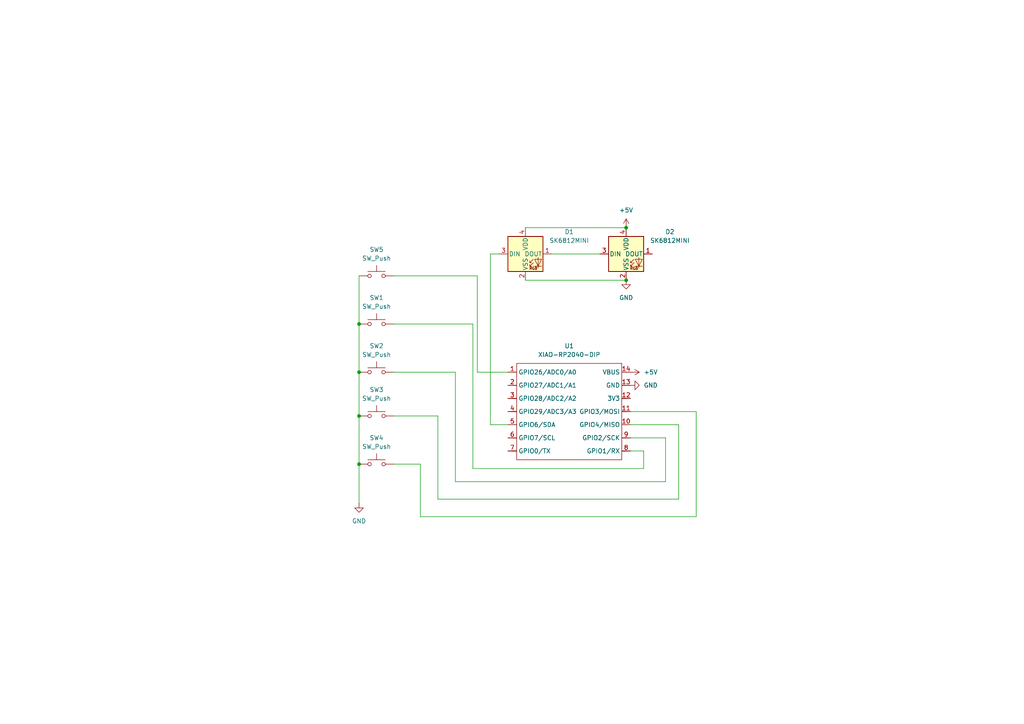
<source format=kicad_sch>
(kicad_sch
	(version 20250114)
	(generator "eeschema")
	(generator_version "9.0")
	(uuid "eafd6e81-7b1b-46f5-9a8b-9350dd82dd31")
	(paper "A4")
	(lib_symbols
		(symbol "LED:SK6812MINI"
			(pin_names
				(offset 0.254)
			)
			(exclude_from_sim no)
			(in_bom yes)
			(on_board yes)
			(property "Reference" "D"
				(at 5.08 5.715 0)
				(effects
					(font
						(size 1.27 1.27)
					)
					(justify right bottom)
				)
			)
			(property "Value" "SK6812MINI"
				(at 1.27 -5.715 0)
				(effects
					(font
						(size 1.27 1.27)
					)
					(justify left top)
				)
			)
			(property "Footprint" "LED_SMD:LED_SK6812MINI_PLCC4_3.5x3.5mm_P1.75mm"
				(at 1.27 -7.62 0)
				(effects
					(font
						(size 1.27 1.27)
					)
					(justify left top)
					(hide yes)
				)
			)
			(property "Datasheet" "https://cdn-shop.adafruit.com/product-files/2686/SK6812MINI_REV.01-1-2.pdf"
				(at 2.54 -9.525 0)
				(effects
					(font
						(size 1.27 1.27)
					)
					(justify left top)
					(hide yes)
				)
			)
			(property "Description" "RGB LED with integrated controller"
				(at 0 0 0)
				(effects
					(font
						(size 1.27 1.27)
					)
					(hide yes)
				)
			)
			(property "ki_keywords" "RGB LED NeoPixel Mini addressable"
				(at 0 0 0)
				(effects
					(font
						(size 1.27 1.27)
					)
					(hide yes)
				)
			)
			(property "ki_fp_filters" "LED*SK6812MINI*PLCC*3.5x3.5mm*P1.75mm*"
				(at 0 0 0)
				(effects
					(font
						(size 1.27 1.27)
					)
					(hide yes)
				)
			)
			(symbol "SK6812MINI_0_0"
				(text "RGB"
					(at 2.286 -4.191 0)
					(effects
						(font
							(size 0.762 0.762)
						)
					)
				)
			)
			(symbol "SK6812MINI_0_1"
				(polyline
					(pts
						(xy 1.27 -2.54) (xy 1.778 -2.54)
					)
					(stroke
						(width 0)
						(type default)
					)
					(fill
						(type none)
					)
				)
				(polyline
					(pts
						(xy 1.27 -3.556) (xy 1.778 -3.556)
					)
					(stroke
						(width 0)
						(type default)
					)
					(fill
						(type none)
					)
				)
				(polyline
					(pts
						(xy 2.286 -1.524) (xy 1.27 -2.54) (xy 1.27 -2.032)
					)
					(stroke
						(width 0)
						(type default)
					)
					(fill
						(type none)
					)
				)
				(polyline
					(pts
						(xy 2.286 -2.54) (xy 1.27 -3.556) (xy 1.27 -3.048)
					)
					(stroke
						(width 0)
						(type default)
					)
					(fill
						(type none)
					)
				)
				(polyline
					(pts
						(xy 3.683 -1.016) (xy 3.683 -3.556) (xy 3.683 -4.064)
					)
					(stroke
						(width 0)
						(type default)
					)
					(fill
						(type none)
					)
				)
				(polyline
					(pts
						(xy 4.699 -1.524) (xy 2.667 -1.524) (xy 3.683 -3.556) (xy 4.699 -1.524)
					)
					(stroke
						(width 0)
						(type default)
					)
					(fill
						(type none)
					)
				)
				(polyline
					(pts
						(xy 4.699 -3.556) (xy 2.667 -3.556)
					)
					(stroke
						(width 0)
						(type default)
					)
					(fill
						(type none)
					)
				)
				(rectangle
					(start 5.08 5.08)
					(end -5.08 -5.08)
					(stroke
						(width 0.254)
						(type default)
					)
					(fill
						(type background)
					)
				)
			)
			(symbol "SK6812MINI_1_1"
				(pin input line
					(at -7.62 0 0)
					(length 2.54)
					(name "DIN"
						(effects
							(font
								(size 1.27 1.27)
							)
						)
					)
					(number "3"
						(effects
							(font
								(size 1.27 1.27)
							)
						)
					)
				)
				(pin power_in line
					(at 0 7.62 270)
					(length 2.54)
					(name "VDD"
						(effects
							(font
								(size 1.27 1.27)
							)
						)
					)
					(number "4"
						(effects
							(font
								(size 1.27 1.27)
							)
						)
					)
				)
				(pin power_in line
					(at 0 -7.62 90)
					(length 2.54)
					(name "VSS"
						(effects
							(font
								(size 1.27 1.27)
							)
						)
					)
					(number "2"
						(effects
							(font
								(size 1.27 1.27)
							)
						)
					)
				)
				(pin output line
					(at 7.62 0 180)
					(length 2.54)
					(name "DOUT"
						(effects
							(font
								(size 1.27 1.27)
							)
						)
					)
					(number "1"
						(effects
							(font
								(size 1.27 1.27)
							)
						)
					)
				)
			)
			(embedded_fonts no)
		)
		(symbol "Switch:SW_Push"
			(pin_numbers
				(hide yes)
			)
			(pin_names
				(offset 1.016)
				(hide yes)
			)
			(exclude_from_sim no)
			(in_bom yes)
			(on_board yes)
			(property "Reference" "SW"
				(at 1.27 2.54 0)
				(effects
					(font
						(size 1.27 1.27)
					)
					(justify left)
				)
			)
			(property "Value" "SW_Push"
				(at 0 -1.524 0)
				(effects
					(font
						(size 1.27 1.27)
					)
				)
			)
			(property "Footprint" ""
				(at 0 5.08 0)
				(effects
					(font
						(size 1.27 1.27)
					)
					(hide yes)
				)
			)
			(property "Datasheet" "~"
				(at 0 5.08 0)
				(effects
					(font
						(size 1.27 1.27)
					)
					(hide yes)
				)
			)
			(property "Description" "Push button switch, generic, two pins"
				(at 0 0 0)
				(effects
					(font
						(size 1.27 1.27)
					)
					(hide yes)
				)
			)
			(property "ki_keywords" "switch normally-open pushbutton push-button"
				(at 0 0 0)
				(effects
					(font
						(size 1.27 1.27)
					)
					(hide yes)
				)
			)
			(symbol "SW_Push_0_1"
				(circle
					(center -2.032 0)
					(radius 0.508)
					(stroke
						(width 0)
						(type default)
					)
					(fill
						(type none)
					)
				)
				(polyline
					(pts
						(xy 0 1.27) (xy 0 3.048)
					)
					(stroke
						(width 0)
						(type default)
					)
					(fill
						(type none)
					)
				)
				(circle
					(center 2.032 0)
					(radius 0.508)
					(stroke
						(width 0)
						(type default)
					)
					(fill
						(type none)
					)
				)
				(polyline
					(pts
						(xy 2.54 1.27) (xy -2.54 1.27)
					)
					(stroke
						(width 0)
						(type default)
					)
					(fill
						(type none)
					)
				)
				(pin passive line
					(at -5.08 0 0)
					(length 2.54)
					(name "1"
						(effects
							(font
								(size 1.27 1.27)
							)
						)
					)
					(number "1"
						(effects
							(font
								(size 1.27 1.27)
							)
						)
					)
				)
				(pin passive line
					(at 5.08 0 180)
					(length 2.54)
					(name "2"
						(effects
							(font
								(size 1.27 1.27)
							)
						)
					)
					(number "2"
						(effects
							(font
								(size 1.27 1.27)
							)
						)
					)
				)
			)
			(embedded_fonts no)
		)
		(symbol "opl:XIAO-RP2040-DIP"
			(exclude_from_sim no)
			(in_bom yes)
			(on_board yes)
			(property "Reference" "U"
				(at 0 0 0)
				(effects
					(font
						(size 1.27 1.27)
					)
				)
			)
			(property "Value" "XIAO-RP2040-DIP"
				(at 5.334 -1.778 0)
				(effects
					(font
						(size 1.27 1.27)
					)
				)
			)
			(property "Footprint" "Module:MOUDLE14P-XIAO-DIP-SMD"
				(at 14.478 -32.258 0)
				(effects
					(font
						(size 1.27 1.27)
					)
					(hide yes)
				)
			)
			(property "Datasheet" ""
				(at 0 0 0)
				(effects
					(font
						(size 1.27 1.27)
					)
					(hide yes)
				)
			)
			(property "Description" ""
				(at 0 0 0)
				(effects
					(font
						(size 1.27 1.27)
					)
					(hide yes)
				)
			)
			(symbol "XIAO-RP2040-DIP_1_0"
				(polyline
					(pts
						(xy -1.27 -2.54) (xy 29.21 -2.54)
					)
					(stroke
						(width 0.1524)
						(type solid)
					)
					(fill
						(type none)
					)
				)
				(polyline
					(pts
						(xy -1.27 -5.08) (xy -2.54 -5.08)
					)
					(stroke
						(width 0.1524)
						(type solid)
					)
					(fill
						(type none)
					)
				)
				(polyline
					(pts
						(xy -1.27 -5.08) (xy -1.27 -2.54)
					)
					(stroke
						(width 0.1524)
						(type solid)
					)
					(fill
						(type none)
					)
				)
				(polyline
					(pts
						(xy -1.27 -8.89) (xy -2.54 -8.89)
					)
					(stroke
						(width 0.1524)
						(type solid)
					)
					(fill
						(type none)
					)
				)
				(polyline
					(pts
						(xy -1.27 -8.89) (xy -1.27 -5.08)
					)
					(stroke
						(width 0.1524)
						(type solid)
					)
					(fill
						(type none)
					)
				)
				(polyline
					(pts
						(xy -1.27 -12.7) (xy -2.54 -12.7)
					)
					(stroke
						(width 0.1524)
						(type solid)
					)
					(fill
						(type none)
					)
				)
				(polyline
					(pts
						(xy -1.27 -12.7) (xy -1.27 -8.89)
					)
					(stroke
						(width 0.1524)
						(type solid)
					)
					(fill
						(type none)
					)
				)
				(polyline
					(pts
						(xy -1.27 -16.51) (xy -2.54 -16.51)
					)
					(stroke
						(width 0.1524)
						(type solid)
					)
					(fill
						(type none)
					)
				)
				(polyline
					(pts
						(xy -1.27 -16.51) (xy -1.27 -12.7)
					)
					(stroke
						(width 0.1524)
						(type solid)
					)
					(fill
						(type none)
					)
				)
				(polyline
					(pts
						(xy -1.27 -20.32) (xy -2.54 -20.32)
					)
					(stroke
						(width 0.1524)
						(type solid)
					)
					(fill
						(type none)
					)
				)
				(polyline
					(pts
						(xy -1.27 -24.13) (xy -2.54 -24.13)
					)
					(stroke
						(width 0.1524)
						(type solid)
					)
					(fill
						(type none)
					)
				)
				(polyline
					(pts
						(xy -1.27 -27.94) (xy -2.54 -27.94)
					)
					(stroke
						(width 0.1524)
						(type solid)
					)
					(fill
						(type none)
					)
				)
				(polyline
					(pts
						(xy -1.27 -30.48) (xy -1.27 -16.51)
					)
					(stroke
						(width 0.1524)
						(type solid)
					)
					(fill
						(type none)
					)
				)
				(polyline
					(pts
						(xy 29.21 -2.54) (xy 29.21 -5.08)
					)
					(stroke
						(width 0.1524)
						(type solid)
					)
					(fill
						(type none)
					)
				)
				(polyline
					(pts
						(xy 29.21 -5.08) (xy 29.21 -8.89)
					)
					(stroke
						(width 0.1524)
						(type solid)
					)
					(fill
						(type none)
					)
				)
				(polyline
					(pts
						(xy 29.21 -8.89) (xy 29.21 -12.7)
					)
					(stroke
						(width 0.1524)
						(type solid)
					)
					(fill
						(type none)
					)
				)
				(polyline
					(pts
						(xy 29.21 -12.7) (xy 29.21 -30.48)
					)
					(stroke
						(width 0.1524)
						(type solid)
					)
					(fill
						(type none)
					)
				)
				(polyline
					(pts
						(xy 29.21 -30.48) (xy -1.27 -30.48)
					)
					(stroke
						(width 0.1524)
						(type solid)
					)
					(fill
						(type none)
					)
				)
				(polyline
					(pts
						(xy 30.48 -5.08) (xy 29.21 -5.08)
					)
					(stroke
						(width 0.1524)
						(type solid)
					)
					(fill
						(type none)
					)
				)
				(polyline
					(pts
						(xy 30.48 -8.89) (xy 29.21 -8.89)
					)
					(stroke
						(width 0.1524)
						(type solid)
					)
					(fill
						(type none)
					)
				)
				(polyline
					(pts
						(xy 30.48 -12.7) (xy 29.21 -12.7)
					)
					(stroke
						(width 0.1524)
						(type solid)
					)
					(fill
						(type none)
					)
				)
				(polyline
					(pts
						(xy 30.48 -16.51) (xy 29.21 -16.51)
					)
					(stroke
						(width 0.1524)
						(type solid)
					)
					(fill
						(type none)
					)
				)
				(polyline
					(pts
						(xy 30.48 -20.32) (xy 29.21 -20.32)
					)
					(stroke
						(width 0.1524)
						(type solid)
					)
					(fill
						(type none)
					)
				)
				(polyline
					(pts
						(xy 30.48 -24.13) (xy 29.21 -24.13)
					)
					(stroke
						(width 0.1524)
						(type solid)
					)
					(fill
						(type none)
					)
				)
				(polyline
					(pts
						(xy 30.48 -27.94) (xy 29.21 -27.94)
					)
					(stroke
						(width 0.1524)
						(type solid)
					)
					(fill
						(type none)
					)
				)
				(pin passive line
					(at -3.81 -5.08 0)
					(length 2.54)
					(name "GPIO26/ADC0/A0"
						(effects
							(font
								(size 1.27 1.27)
							)
						)
					)
					(number "1"
						(effects
							(font
								(size 1.27 1.27)
							)
						)
					)
				)
				(pin passive line
					(at -3.81 -8.89 0)
					(length 2.54)
					(name "GPIO27/ADC1/A1"
						(effects
							(font
								(size 1.27 1.27)
							)
						)
					)
					(number "2"
						(effects
							(font
								(size 1.27 1.27)
							)
						)
					)
				)
				(pin passive line
					(at -3.81 -12.7 0)
					(length 2.54)
					(name "GPIO28/ADC2/A2"
						(effects
							(font
								(size 1.27 1.27)
							)
						)
					)
					(number "3"
						(effects
							(font
								(size 1.27 1.27)
							)
						)
					)
				)
				(pin passive line
					(at -3.81 -16.51 0)
					(length 2.54)
					(name "GPIO29/ADC3/A3"
						(effects
							(font
								(size 1.27 1.27)
							)
						)
					)
					(number "4"
						(effects
							(font
								(size 1.27 1.27)
							)
						)
					)
				)
				(pin passive line
					(at -3.81 -20.32 0)
					(length 2.54)
					(name "GPIO6/SDA"
						(effects
							(font
								(size 1.27 1.27)
							)
						)
					)
					(number "5"
						(effects
							(font
								(size 1.27 1.27)
							)
						)
					)
				)
				(pin passive line
					(at -3.81 -24.13 0)
					(length 2.54)
					(name "GPIO7/SCL"
						(effects
							(font
								(size 1.27 1.27)
							)
						)
					)
					(number "6"
						(effects
							(font
								(size 1.27 1.27)
							)
						)
					)
				)
				(pin passive line
					(at -3.81 -27.94 0)
					(length 2.54)
					(name "GPIO0/TX"
						(effects
							(font
								(size 1.27 1.27)
							)
						)
					)
					(number "7"
						(effects
							(font
								(size 1.27 1.27)
							)
						)
					)
				)
				(pin passive line
					(at 31.75 -5.08 180)
					(length 2.54)
					(name "VBUS"
						(effects
							(font
								(size 1.27 1.27)
							)
						)
					)
					(number "14"
						(effects
							(font
								(size 1.27 1.27)
							)
						)
					)
				)
				(pin passive line
					(at 31.75 -8.89 180)
					(length 2.54)
					(name "GND"
						(effects
							(font
								(size 1.27 1.27)
							)
						)
					)
					(number "13"
						(effects
							(font
								(size 1.27 1.27)
							)
						)
					)
				)
				(pin passive line
					(at 31.75 -12.7 180)
					(length 2.54)
					(name "3V3"
						(effects
							(font
								(size 1.27 1.27)
							)
						)
					)
					(number "12"
						(effects
							(font
								(size 1.27 1.27)
							)
						)
					)
				)
				(pin passive line
					(at 31.75 -16.51 180)
					(length 2.54)
					(name "GPIO3/MOSI"
						(effects
							(font
								(size 1.27 1.27)
							)
						)
					)
					(number "11"
						(effects
							(font
								(size 1.27 1.27)
							)
						)
					)
				)
				(pin passive line
					(at 31.75 -20.32 180)
					(length 2.54)
					(name "GPIO4/MISO"
						(effects
							(font
								(size 1.27 1.27)
							)
						)
					)
					(number "10"
						(effects
							(font
								(size 1.27 1.27)
							)
						)
					)
				)
				(pin passive line
					(at 31.75 -24.13 180)
					(length 2.54)
					(name "GPIO2/SCK"
						(effects
							(font
								(size 1.27 1.27)
							)
						)
					)
					(number "9"
						(effects
							(font
								(size 1.27 1.27)
							)
						)
					)
				)
				(pin passive line
					(at 31.75 -27.94 180)
					(length 2.54)
					(name "GPIO1/RX"
						(effects
							(font
								(size 1.27 1.27)
							)
						)
					)
					(number "8"
						(effects
							(font
								(size 1.27 1.27)
							)
						)
					)
				)
			)
			(embedded_fonts no)
		)
		(symbol "power:+5V"
			(power)
			(pin_numbers
				(hide yes)
			)
			(pin_names
				(offset 0)
				(hide yes)
			)
			(exclude_from_sim no)
			(in_bom yes)
			(on_board yes)
			(property "Reference" "#PWR"
				(at 0 -3.81 0)
				(effects
					(font
						(size 1.27 1.27)
					)
					(hide yes)
				)
			)
			(property "Value" "+5V"
				(at 0 3.556 0)
				(effects
					(font
						(size 1.27 1.27)
					)
				)
			)
			(property "Footprint" ""
				(at 0 0 0)
				(effects
					(font
						(size 1.27 1.27)
					)
					(hide yes)
				)
			)
			(property "Datasheet" ""
				(at 0 0 0)
				(effects
					(font
						(size 1.27 1.27)
					)
					(hide yes)
				)
			)
			(property "Description" "Power symbol creates a global label with name \"+5V\""
				(at 0 0 0)
				(effects
					(font
						(size 1.27 1.27)
					)
					(hide yes)
				)
			)
			(property "ki_keywords" "global power"
				(at 0 0 0)
				(effects
					(font
						(size 1.27 1.27)
					)
					(hide yes)
				)
			)
			(symbol "+5V_0_1"
				(polyline
					(pts
						(xy -0.762 1.27) (xy 0 2.54)
					)
					(stroke
						(width 0)
						(type default)
					)
					(fill
						(type none)
					)
				)
				(polyline
					(pts
						(xy 0 2.54) (xy 0.762 1.27)
					)
					(stroke
						(width 0)
						(type default)
					)
					(fill
						(type none)
					)
				)
				(polyline
					(pts
						(xy 0 0) (xy 0 2.54)
					)
					(stroke
						(width 0)
						(type default)
					)
					(fill
						(type none)
					)
				)
			)
			(symbol "+5V_1_1"
				(pin power_in line
					(at 0 0 90)
					(length 0)
					(name "~"
						(effects
							(font
								(size 1.27 1.27)
							)
						)
					)
					(number "1"
						(effects
							(font
								(size 1.27 1.27)
							)
						)
					)
				)
			)
			(embedded_fonts no)
		)
		(symbol "power:GND"
			(power)
			(pin_numbers
				(hide yes)
			)
			(pin_names
				(offset 0)
				(hide yes)
			)
			(exclude_from_sim no)
			(in_bom yes)
			(on_board yes)
			(property "Reference" "#PWR"
				(at 0 -6.35 0)
				(effects
					(font
						(size 1.27 1.27)
					)
					(hide yes)
				)
			)
			(property "Value" "GND"
				(at 0 -3.81 0)
				(effects
					(font
						(size 1.27 1.27)
					)
				)
			)
			(property "Footprint" ""
				(at 0 0 0)
				(effects
					(font
						(size 1.27 1.27)
					)
					(hide yes)
				)
			)
			(property "Datasheet" ""
				(at 0 0 0)
				(effects
					(font
						(size 1.27 1.27)
					)
					(hide yes)
				)
			)
			(property "Description" "Power symbol creates a global label with name \"GND\" , ground"
				(at 0 0 0)
				(effects
					(font
						(size 1.27 1.27)
					)
					(hide yes)
				)
			)
			(property "ki_keywords" "global power"
				(at 0 0 0)
				(effects
					(font
						(size 1.27 1.27)
					)
					(hide yes)
				)
			)
			(symbol "GND_0_1"
				(polyline
					(pts
						(xy 0 0) (xy 0 -1.27) (xy 1.27 -1.27) (xy 0 -2.54) (xy -1.27 -1.27) (xy 0 -1.27)
					)
					(stroke
						(width 0)
						(type default)
					)
					(fill
						(type none)
					)
				)
			)
			(symbol "GND_1_1"
				(pin power_in line
					(at 0 0 270)
					(length 0)
					(name "~"
						(effects
							(font
								(size 1.27 1.27)
							)
						)
					)
					(number "1"
						(effects
							(font
								(size 1.27 1.27)
							)
						)
					)
				)
			)
			(embedded_fonts no)
		)
	)
	(junction
		(at 104.14 120.65)
		(diameter 0)
		(color 0 0 0 0)
		(uuid "4db1ddbe-ef1c-475e-b47e-fddd9c0ab316")
	)
	(junction
		(at 104.14 107.95)
		(diameter 0)
		(color 0 0 0 0)
		(uuid "5b15b0fd-68f5-4b04-91d5-e7cced55d79c")
	)
	(junction
		(at 104.14 93.98)
		(diameter 0)
		(color 0 0 0 0)
		(uuid "65ff81b7-d98e-44ac-b5ed-63dea2bd6af5")
	)
	(junction
		(at 181.61 81.28)
		(diameter 0)
		(color 0 0 0 0)
		(uuid "7014a0cf-2565-4ac4-8109-237ec82a1001")
	)
	(junction
		(at 104.14 134.62)
		(diameter 0)
		(color 0 0 0 0)
		(uuid "a1cc4452-6367-4efb-847f-6329dc35178d")
	)
	(junction
		(at 181.61 66.04)
		(diameter 0)
		(color 0 0 0 0)
		(uuid "aad44a8e-6210-4af2-bfe8-fb1b45fb6bb4")
	)
	(wire
		(pts
			(xy 132.08 139.7) (xy 193.04 139.7)
		)
		(stroke
			(width 0)
			(type default)
		)
		(uuid "01e748c6-f4d0-4e4f-905d-a3ad68cd7f33")
	)
	(wire
		(pts
			(xy 127 144.78) (xy 196.85 144.78)
		)
		(stroke
			(width 0)
			(type default)
		)
		(uuid "086a468f-007d-44c0-b03a-5debb1bae038")
	)
	(wire
		(pts
			(xy 138.43 80.01) (xy 138.43 107.95)
		)
		(stroke
			(width 0)
			(type default)
		)
		(uuid "0b7980df-57bc-49c3-81d6-4c2600cdfe4d")
	)
	(wire
		(pts
			(xy 127 120.65) (xy 127 144.78)
		)
		(stroke
			(width 0)
			(type default)
		)
		(uuid "0d209ccd-6379-4665-825f-ecd8012de4a2")
	)
	(wire
		(pts
			(xy 160.02 73.66) (xy 173.99 73.66)
		)
		(stroke
			(width 0)
			(type default)
		)
		(uuid "0ec7e81d-7509-417b-b6bf-89086d7d0f24")
	)
	(wire
		(pts
			(xy 201.93 119.38) (xy 182.88 119.38)
		)
		(stroke
			(width 0)
			(type default)
		)
		(uuid "11cab3a2-a348-4c9f-92c2-3e84c439733b")
	)
	(wire
		(pts
			(xy 142.24 73.66) (xy 144.78 73.66)
		)
		(stroke
			(width 0)
			(type default)
		)
		(uuid "25beb0d1-8229-4a11-9037-c6782899e8e8")
	)
	(wire
		(pts
			(xy 114.3 107.95) (xy 132.08 107.95)
		)
		(stroke
			(width 0)
			(type default)
		)
		(uuid "297cf139-c648-48f1-810c-97d61da6b7a3")
	)
	(wire
		(pts
			(xy 121.92 134.62) (xy 121.92 149.86)
		)
		(stroke
			(width 0)
			(type default)
		)
		(uuid "2b0cf242-af38-43ac-97ea-865f9bed5e4d")
	)
	(wire
		(pts
			(xy 201.93 149.86) (xy 201.93 119.38)
		)
		(stroke
			(width 0)
			(type default)
		)
		(uuid "3f620522-42c1-40e3-b9a1-5dd5e3893142")
	)
	(wire
		(pts
			(xy 137.16 93.98) (xy 137.16 135.89)
		)
		(stroke
			(width 0)
			(type default)
		)
		(uuid "42021826-84ae-4720-9693-22de3fc22db9")
	)
	(wire
		(pts
			(xy 104.14 134.62) (xy 104.14 146.05)
		)
		(stroke
			(width 0)
			(type default)
		)
		(uuid "44c6a881-2271-4df7-98cf-12f8c4e23f96")
	)
	(wire
		(pts
			(xy 132.08 107.95) (xy 132.08 139.7)
		)
		(stroke
			(width 0)
			(type default)
		)
		(uuid "4b835aba-c482-4e58-91b2-e3e985e314f1")
	)
	(wire
		(pts
			(xy 114.3 93.98) (xy 137.16 93.98)
		)
		(stroke
			(width 0)
			(type default)
		)
		(uuid "6eaee11f-5c5c-427d-a372-f4f140b9a7ee")
	)
	(wire
		(pts
			(xy 193.04 127) (xy 182.88 127)
		)
		(stroke
			(width 0)
			(type default)
		)
		(uuid "73052cbc-bbfa-4f31-89bd-0f453d9e82f0")
	)
	(wire
		(pts
			(xy 138.43 107.95) (xy 147.32 107.95)
		)
		(stroke
			(width 0)
			(type default)
		)
		(uuid "7881dcea-0800-43fe-894b-ba42800c87a9")
	)
	(wire
		(pts
			(xy 104.14 107.95) (xy 104.14 120.65)
		)
		(stroke
			(width 0)
			(type default)
		)
		(uuid "7940a417-4d02-4dba-b603-13a0f3789695")
	)
	(wire
		(pts
			(xy 193.04 139.7) (xy 193.04 127)
		)
		(stroke
			(width 0)
			(type default)
		)
		(uuid "89c17b40-3515-4a8e-88ba-4de2a83428a9")
	)
	(wire
		(pts
			(xy 114.3 120.65) (xy 127 120.65)
		)
		(stroke
			(width 0)
			(type default)
		)
		(uuid "8a81c4a9-93bb-4279-9851-c1f46858b040")
	)
	(wire
		(pts
			(xy 104.14 80.01) (xy 104.14 93.98)
		)
		(stroke
			(width 0)
			(type default)
		)
		(uuid "91bfa9f3-158e-4f53-8bf3-c79a273d6ee0")
	)
	(wire
		(pts
			(xy 114.3 134.62) (xy 121.92 134.62)
		)
		(stroke
			(width 0)
			(type default)
		)
		(uuid "a01a55d1-eed4-4a4c-bf49-d6ab6df33da0")
	)
	(wire
		(pts
			(xy 186.69 135.89) (xy 186.69 130.81)
		)
		(stroke
			(width 0)
			(type default)
		)
		(uuid "a36ef9a7-4880-454e-917e-8f2e2bae25b9")
	)
	(wire
		(pts
			(xy 186.69 130.81) (xy 182.88 130.81)
		)
		(stroke
			(width 0)
			(type default)
		)
		(uuid "a896ea37-d36b-4f79-944d-164efe7d9255")
	)
	(wire
		(pts
			(xy 196.85 144.78) (xy 196.85 123.19)
		)
		(stroke
			(width 0)
			(type default)
		)
		(uuid "a9ddeca0-d81d-4dd1-8230-a56a2624e848")
	)
	(wire
		(pts
			(xy 152.4 66.04) (xy 181.61 66.04)
		)
		(stroke
			(width 0)
			(type default)
		)
		(uuid "bd83dcae-7bfa-47e7-b617-9ca36dbb5bd3")
	)
	(wire
		(pts
			(xy 152.4 81.28) (xy 181.61 81.28)
		)
		(stroke
			(width 0)
			(type default)
		)
		(uuid "c65bd863-bc01-47b1-855c-0ab4f833257a")
	)
	(wire
		(pts
			(xy 196.85 123.19) (xy 182.88 123.19)
		)
		(stroke
			(width 0)
			(type default)
		)
		(uuid "cd67ee6f-0364-483b-9b87-2b3b77ed5a44")
	)
	(wire
		(pts
			(xy 104.14 93.98) (xy 104.14 107.95)
		)
		(stroke
			(width 0)
			(type default)
		)
		(uuid "cd8111aa-b78b-4bab-8191-19f947c6f5fd")
	)
	(wire
		(pts
			(xy 114.3 80.01) (xy 138.43 80.01)
		)
		(stroke
			(width 0)
			(type default)
		)
		(uuid "cf3e1d65-60a4-437c-b43c-19c3711d078d")
	)
	(wire
		(pts
			(xy 147.32 123.19) (xy 142.24 123.19)
		)
		(stroke
			(width 0)
			(type default)
		)
		(uuid "d804e523-9b2e-4526-803c-2e6d48fc92b2")
	)
	(wire
		(pts
			(xy 104.14 120.65) (xy 104.14 134.62)
		)
		(stroke
			(width 0)
			(type default)
		)
		(uuid "d82517b6-919b-46ae-9ad5-9262316c7e49")
	)
	(wire
		(pts
			(xy 137.16 135.89) (xy 186.69 135.89)
		)
		(stroke
			(width 0)
			(type default)
		)
		(uuid "e603581b-3ed3-4848-a4ad-6e97480adecf")
	)
	(wire
		(pts
			(xy 142.24 123.19) (xy 142.24 73.66)
		)
		(stroke
			(width 0)
			(type default)
		)
		(uuid "edb434ef-26cf-4e5d-8872-9a5ec6d4c441")
	)
	(wire
		(pts
			(xy 121.92 149.86) (xy 201.93 149.86)
		)
		(stroke
			(width 0)
			(type default)
		)
		(uuid "f4e0c3f7-446c-40dc-9408-de9254745867")
	)
	(symbol
		(lib_id "Switch:SW_Push")
		(at 109.22 80.01 0)
		(unit 1)
		(exclude_from_sim no)
		(in_bom yes)
		(on_board yes)
		(dnp no)
		(fields_autoplaced yes)
		(uuid "08142a43-d216-4a2a-b10c-88c6a0edec8a")
		(property "Reference" "SW5"
			(at 109.22 72.39 0)
			(effects
				(font
					(size 1.27 1.27)
				)
			)
		)
		(property "Value" "SW_Push"
			(at 109.22 74.93 0)
			(effects
				(font
					(size 1.27 1.27)
				)
			)
		)
		(property "Footprint" "Button_Switch_Keyboard:SW_Cherry_MX_1.00u_PCB"
			(at 109.22 74.93 0)
			(effects
				(font
					(size 1.27 1.27)
				)
				(hide yes)
			)
		)
		(property "Datasheet" "~"
			(at 109.22 74.93 0)
			(effects
				(font
					(size 1.27 1.27)
				)
				(hide yes)
			)
		)
		(property "Description" "Push button switch, generic, two pins"
			(at 109.22 80.01 0)
			(effects
				(font
					(size 1.27 1.27)
				)
				(hide yes)
			)
		)
		(pin "1"
			(uuid "107b2134-7627-415f-a095-9e3aa1a723f6")
		)
		(pin "2"
			(uuid "77454e91-6271-4cf0-a6d0-67e001fae33f")
		)
		(instances
			(project ""
				(path "/eafd6e81-7b1b-46f5-9a8b-9350dd82dd31"
					(reference "SW5")
					(unit 1)
				)
			)
		)
	)
	(symbol
		(lib_id "LED:SK6812MINI")
		(at 152.4 73.66 0)
		(unit 1)
		(exclude_from_sim no)
		(in_bom yes)
		(on_board yes)
		(dnp no)
		(fields_autoplaced yes)
		(uuid "19c20f17-fa10-44d8-aff7-47ba221e4c0a")
		(property "Reference" "D1"
			(at 165.1 67.2398 0)
			(effects
				(font
					(size 1.27 1.27)
				)
			)
		)
		(property "Value" "SK6812MINI"
			(at 165.1 69.7798 0)
			(effects
				(font
					(size 1.27 1.27)
				)
			)
		)
		(property "Footprint" "LED_SMD:LED_SK6812MINI_PLCC4_3.5x3.5mm_P1.75mm"
			(at 153.67 81.28 0)
			(effects
				(font
					(size 1.27 1.27)
				)
				(justify left top)
				(hide yes)
			)
		)
		(property "Datasheet" "https://cdn-shop.adafruit.com/product-files/2686/SK6812MINI_REV.01-1-2.pdf"
			(at 154.94 83.185 0)
			(effects
				(font
					(size 1.27 1.27)
				)
				(justify left top)
				(hide yes)
			)
		)
		(property "Description" "RGB LED with integrated controller"
			(at 152.4 73.66 0)
			(effects
				(font
					(size 1.27 1.27)
				)
				(hide yes)
			)
		)
		(pin "3"
			(uuid "c883c451-4688-49b0-97b2-90860505a6a5")
		)
		(pin "4"
			(uuid "fadb826e-1c26-4614-aca7-cfb209117710")
		)
		(pin "1"
			(uuid "9cbb5662-587f-49c5-9942-20bd82840d1c")
		)
		(pin "2"
			(uuid "8435e31d-f1e9-438e-9e02-9ff1a1e66002")
		)
		(instances
			(project ""
				(path "/eafd6e81-7b1b-46f5-9a8b-9350dd82dd31"
					(reference "D1")
					(unit 1)
				)
			)
		)
	)
	(symbol
		(lib_id "Switch:SW_Push")
		(at 109.22 120.65 0)
		(unit 1)
		(exclude_from_sim no)
		(in_bom yes)
		(on_board yes)
		(dnp no)
		(fields_autoplaced yes)
		(uuid "223d719d-12a1-4696-8b48-e59bf5942c33")
		(property "Reference" "SW3"
			(at 109.22 113.03 0)
			(effects
				(font
					(size 1.27 1.27)
				)
			)
		)
		(property "Value" "SW_Push"
			(at 109.22 115.57 0)
			(effects
				(font
					(size 1.27 1.27)
				)
			)
		)
		(property "Footprint" "Button_Switch_Keyboard:SW_Cherry_MX_1.00u_PCB"
			(at 109.22 115.57 0)
			(effects
				(font
					(size 1.27 1.27)
				)
				(hide yes)
			)
		)
		(property "Datasheet" "~"
			(at 109.22 115.57 0)
			(effects
				(font
					(size 1.27 1.27)
				)
				(hide yes)
			)
		)
		(property "Description" "Push button switch, generic, two pins"
			(at 109.22 120.65 0)
			(effects
				(font
					(size 1.27 1.27)
				)
				(hide yes)
			)
		)
		(pin "1"
			(uuid "a95ca93d-a65f-4d5d-80fe-90fbb3c9800d")
		)
		(pin "2"
			(uuid "c4fa655f-f878-4f1a-a19d-b91a42752156")
		)
		(instances
			(project ""
				(path "/eafd6e81-7b1b-46f5-9a8b-9350dd82dd31"
					(reference "SW3")
					(unit 1)
				)
			)
		)
	)
	(symbol
		(lib_id "Switch:SW_Push")
		(at 109.22 107.95 0)
		(unit 1)
		(exclude_from_sim no)
		(in_bom yes)
		(on_board yes)
		(dnp no)
		(fields_autoplaced yes)
		(uuid "260a6628-3921-4331-ab44-1662351d2046")
		(property "Reference" "SW2"
			(at 109.22 100.33 0)
			(effects
				(font
					(size 1.27 1.27)
				)
			)
		)
		(property "Value" "SW_Push"
			(at 109.22 102.87 0)
			(effects
				(font
					(size 1.27 1.27)
				)
			)
		)
		(property "Footprint" "Button_Switch_Keyboard:SW_Cherry_MX_1.00u_PCB"
			(at 109.22 102.87 0)
			(effects
				(font
					(size 1.27 1.27)
				)
				(hide yes)
			)
		)
		(property "Datasheet" "~"
			(at 109.22 102.87 0)
			(effects
				(font
					(size 1.27 1.27)
				)
				(hide yes)
			)
		)
		(property "Description" "Push button switch, generic, two pins"
			(at 109.22 107.95 0)
			(effects
				(font
					(size 1.27 1.27)
				)
				(hide yes)
			)
		)
		(pin "1"
			(uuid "f54cddb5-b182-4a26-8f68-a36cbc19463f")
		)
		(pin "2"
			(uuid "95c5b45c-ea44-4325-93c7-0b3adda01970")
		)
		(instances
			(project ""
				(path "/eafd6e81-7b1b-46f5-9a8b-9350dd82dd31"
					(reference "SW2")
					(unit 1)
				)
			)
		)
	)
	(symbol
		(lib_id "opl:XIAO-RP2040-DIP")
		(at 151.13 102.87 0)
		(unit 1)
		(exclude_from_sim no)
		(in_bom yes)
		(on_board yes)
		(dnp no)
		(fields_autoplaced yes)
		(uuid "28e0771d-95d9-4903-96d7-c7fd65e412b9")
		(property "Reference" "U1"
			(at 165.1 100.33 0)
			(effects
				(font
					(size 1.27 1.27)
				)
			)
		)
		(property "Value" "XIAO-RP2040-DIP"
			(at 165.1 102.87 0)
			(effects
				(font
					(size 1.27 1.27)
				)
			)
		)
		(property "Footprint" "opl:XIAO-RP2040-DIP"
			(at 165.608 135.128 0)
			(effects
				(font
					(size 1.27 1.27)
				)
				(hide yes)
			)
		)
		(property "Datasheet" ""
			(at 151.13 102.87 0)
			(effects
				(font
					(size 1.27 1.27)
				)
				(hide yes)
			)
		)
		(property "Description" ""
			(at 151.13 102.87 0)
			(effects
				(font
					(size 1.27 1.27)
				)
				(hide yes)
			)
		)
		(pin "1"
			(uuid "c3be04ca-1d20-4769-8e0b-7adb59a46aa2")
		)
		(pin "5"
			(uuid "f5fa041c-3f03-4ec5-8b1f-57b6b97588bc")
		)
		(pin "11"
			(uuid "0d7a4b73-bdd7-4a98-8a58-9f9f14b42cd1")
		)
		(pin "14"
			(uuid "9a4dd457-156a-45c4-8fd0-e05017c47668")
		)
		(pin "10"
			(uuid "090f2905-289e-4bd6-a220-3d713e1e1475")
		)
		(pin "13"
			(uuid "c6ad1e2d-298c-4a6c-bcf5-e18117ce2b91")
		)
		(pin "7"
			(uuid "b5124203-b868-4ea8-9522-1ef16d8a7341")
		)
		(pin "4"
			(uuid "fe42b2af-3fdf-4612-a152-b61c41aa0196")
		)
		(pin "2"
			(uuid "21b9f775-2c7b-4cd5-9c47-c77f6631961d")
		)
		(pin "12"
			(uuid "ef1e77ee-d111-41d3-8278-9116cb68168c")
		)
		(pin "3"
			(uuid "a57dcc67-ab9a-479e-b384-0b8f4ce6f2aa")
		)
		(pin "6"
			(uuid "412be610-395b-4919-ae94-3044e18f650e")
		)
		(pin "9"
			(uuid "d8e2012e-dd2f-40ed-9f5e-1e0afee595c8")
		)
		(pin "8"
			(uuid "3ad653c5-e88b-4e8d-bcb2-d19bb825ab5c")
		)
		(instances
			(project ""
				(path "/eafd6e81-7b1b-46f5-9a8b-9350dd82dd31"
					(reference "U1")
					(unit 1)
				)
			)
		)
	)
	(symbol
		(lib_id "Switch:SW_Push")
		(at 109.22 134.62 0)
		(unit 1)
		(exclude_from_sim no)
		(in_bom yes)
		(on_board yes)
		(dnp no)
		(fields_autoplaced yes)
		(uuid "4f3c3f3f-71f2-4ce7-8c01-859c92a4fd17")
		(property "Reference" "SW4"
			(at 109.22 127 0)
			(effects
				(font
					(size 1.27 1.27)
				)
			)
		)
		(property "Value" "SW_Push"
			(at 109.22 129.54 0)
			(effects
				(font
					(size 1.27 1.27)
				)
			)
		)
		(property "Footprint" "Button_Switch_Keyboard:SW_Cherry_MX_1.00u_PCB"
			(at 109.22 129.54 0)
			(effects
				(font
					(size 1.27 1.27)
				)
				(hide yes)
			)
		)
		(property "Datasheet" "~"
			(at 109.22 129.54 0)
			(effects
				(font
					(size 1.27 1.27)
				)
				(hide yes)
			)
		)
		(property "Description" "Push button switch, generic, two pins"
			(at 109.22 134.62 0)
			(effects
				(font
					(size 1.27 1.27)
				)
				(hide yes)
			)
		)
		(pin "2"
			(uuid "1edb5a26-806d-4319-8d28-3512c272c503")
		)
		(pin "1"
			(uuid "73918029-88f5-40fb-9d93-8849d008a702")
		)
		(instances
			(project ""
				(path "/eafd6e81-7b1b-46f5-9a8b-9350dd82dd31"
					(reference "SW4")
					(unit 1)
				)
			)
		)
	)
	(symbol
		(lib_id "power:GND")
		(at 181.61 81.28 0)
		(unit 1)
		(exclude_from_sim no)
		(in_bom yes)
		(on_board yes)
		(dnp no)
		(fields_autoplaced yes)
		(uuid "5fe197b2-260c-495b-b3bf-8ca4a682130f")
		(property "Reference" "#PWR02"
			(at 181.61 87.63 0)
			(effects
				(font
					(size 1.27 1.27)
				)
				(hide yes)
			)
		)
		(property "Value" "GND"
			(at 181.61 86.36 0)
			(effects
				(font
					(size 1.27 1.27)
				)
			)
		)
		(property "Footprint" ""
			(at 181.61 81.28 0)
			(effects
				(font
					(size 1.27 1.27)
				)
				(hide yes)
			)
		)
		(property "Datasheet" ""
			(at 181.61 81.28 0)
			(effects
				(font
					(size 1.27 1.27)
				)
				(hide yes)
			)
		)
		(property "Description" "Power symbol creates a global label with name \"GND\" , ground"
			(at 181.61 81.28 0)
			(effects
				(font
					(size 1.27 1.27)
				)
				(hide yes)
			)
		)
		(pin "1"
			(uuid "1111a83f-1769-488c-8c8a-108ab326b49d")
		)
		(instances
			(project ""
				(path "/eafd6e81-7b1b-46f5-9a8b-9350dd82dd31"
					(reference "#PWR02")
					(unit 1)
				)
			)
		)
	)
	(symbol
		(lib_id "power:+5V")
		(at 182.88 107.95 270)
		(unit 1)
		(exclude_from_sim no)
		(in_bom yes)
		(on_board yes)
		(dnp no)
		(fields_autoplaced yes)
		(uuid "717eafeb-205e-4920-b7e2-b7533eaa9411")
		(property "Reference" "#PWR04"
			(at 179.07 107.95 0)
			(effects
				(font
					(size 1.27 1.27)
				)
				(hide yes)
			)
		)
		(property "Value" "+5V"
			(at 186.69 107.9499 90)
			(effects
				(font
					(size 1.27 1.27)
				)
				(justify left)
			)
		)
		(property "Footprint" ""
			(at 182.88 107.95 0)
			(effects
				(font
					(size 1.27 1.27)
				)
				(hide yes)
			)
		)
		(property "Datasheet" ""
			(at 182.88 107.95 0)
			(effects
				(font
					(size 1.27 1.27)
				)
				(hide yes)
			)
		)
		(property "Description" "Power symbol creates a global label with name \"+5V\""
			(at 182.88 107.95 0)
			(effects
				(font
					(size 1.27 1.27)
				)
				(hide yes)
			)
		)
		(pin "1"
			(uuid "e65a1c97-91ad-49df-a3b8-63255b28763f")
		)
		(instances
			(project ""
				(path "/eafd6e81-7b1b-46f5-9a8b-9350dd82dd31"
					(reference "#PWR04")
					(unit 1)
				)
			)
		)
	)
	(symbol
		(lib_id "Switch:SW_Push")
		(at 109.22 93.98 0)
		(unit 1)
		(exclude_from_sim no)
		(in_bom yes)
		(on_board yes)
		(dnp no)
		(fields_autoplaced yes)
		(uuid "84b3b149-245c-40ee-98f0-8e9782af2dd3")
		(property "Reference" "SW1"
			(at 109.22 86.36 0)
			(effects
				(font
					(size 1.27 1.27)
				)
			)
		)
		(property "Value" "SW_Push"
			(at 109.22 88.9 0)
			(effects
				(font
					(size 1.27 1.27)
				)
			)
		)
		(property "Footprint" "Button_Switch_Keyboard:SW_Cherry_MX_1.00u_PCB"
			(at 109.22 88.9 0)
			(effects
				(font
					(size 1.27 1.27)
				)
				(hide yes)
			)
		)
		(property "Datasheet" "~"
			(at 109.22 88.9 0)
			(effects
				(font
					(size 1.27 1.27)
				)
				(hide yes)
			)
		)
		(property "Description" "Push button switch, generic, two pins"
			(at 109.22 93.98 0)
			(effects
				(font
					(size 1.27 1.27)
				)
				(hide yes)
			)
		)
		(pin "2"
			(uuid "ae754a6e-7097-4a1d-85d3-1b3022979716")
		)
		(pin "1"
			(uuid "d83cf77b-e9d6-49a6-ae6c-4fcadaeb2c0d")
		)
		(instances
			(project ""
				(path "/eafd6e81-7b1b-46f5-9a8b-9350dd82dd31"
					(reference "SW1")
					(unit 1)
				)
			)
		)
	)
	(symbol
		(lib_id "power:GND")
		(at 104.14 146.05 0)
		(unit 1)
		(exclude_from_sim no)
		(in_bom yes)
		(on_board yes)
		(dnp no)
		(fields_autoplaced yes)
		(uuid "bbda6560-7e5f-4a6f-b6a0-6c2642a29df2")
		(property "Reference" "#PWR01"
			(at 104.14 152.4 0)
			(effects
				(font
					(size 1.27 1.27)
				)
				(hide yes)
			)
		)
		(property "Value" "GND"
			(at 104.14 151.13 0)
			(effects
				(font
					(size 1.27 1.27)
				)
			)
		)
		(property "Footprint" ""
			(at 104.14 146.05 0)
			(effects
				(font
					(size 1.27 1.27)
				)
				(hide yes)
			)
		)
		(property "Datasheet" ""
			(at 104.14 146.05 0)
			(effects
				(font
					(size 1.27 1.27)
				)
				(hide yes)
			)
		)
		(property "Description" "Power symbol creates a global label with name \"GND\" , ground"
			(at 104.14 146.05 0)
			(effects
				(font
					(size 1.27 1.27)
				)
				(hide yes)
			)
		)
		(pin "1"
			(uuid "ebba1e87-c809-4d78-aa3d-4293d34aecbb")
		)
		(instances
			(project ""
				(path "/eafd6e81-7b1b-46f5-9a8b-9350dd82dd31"
					(reference "#PWR01")
					(unit 1)
				)
			)
		)
	)
	(symbol
		(lib_id "LED:SK6812MINI")
		(at 181.61 73.66 0)
		(unit 1)
		(exclude_from_sim no)
		(in_bom yes)
		(on_board yes)
		(dnp no)
		(fields_autoplaced yes)
		(uuid "c72166ea-8a52-4eb1-baf7-133157a99e33")
		(property "Reference" "D2"
			(at 194.31 67.2398 0)
			(effects
				(font
					(size 1.27 1.27)
				)
			)
		)
		(property "Value" "SK6812MINI"
			(at 194.31 69.7798 0)
			(effects
				(font
					(size 1.27 1.27)
				)
			)
		)
		(property "Footprint" "LED_SMD:LED_SK6812MINI_PLCC4_3.5x3.5mm_P1.75mm"
			(at 182.88 81.28 0)
			(effects
				(font
					(size 1.27 1.27)
				)
				(justify left top)
				(hide yes)
			)
		)
		(property "Datasheet" "https://cdn-shop.adafruit.com/product-files/2686/SK6812MINI_REV.01-1-2.pdf"
			(at 184.15 83.185 0)
			(effects
				(font
					(size 1.27 1.27)
				)
				(justify left top)
				(hide yes)
			)
		)
		(property "Description" "RGB LED with integrated controller"
			(at 181.61 73.66 0)
			(effects
				(font
					(size 1.27 1.27)
				)
				(hide yes)
			)
		)
		(pin "4"
			(uuid "fd73018f-e45b-4073-be61-7ca7f1aa5061")
		)
		(pin "2"
			(uuid "e462dd2e-ce01-409a-9cba-84327ea7a0ba")
		)
		(pin "3"
			(uuid "b2807f34-ae18-4863-81a5-c5e8ed7a6027")
		)
		(pin "1"
			(uuid "c8aff49a-4471-4035-bf40-cf8e19b21d08")
		)
		(instances
			(project ""
				(path "/eafd6e81-7b1b-46f5-9a8b-9350dd82dd31"
					(reference "D2")
					(unit 1)
				)
			)
		)
	)
	(symbol
		(lib_id "power:+5V")
		(at 181.61 66.04 0)
		(unit 1)
		(exclude_from_sim no)
		(in_bom yes)
		(on_board yes)
		(dnp no)
		(fields_autoplaced yes)
		(uuid "dccb1f2c-4704-471f-adae-01a565e1e448")
		(property "Reference" "#PWR05"
			(at 181.61 69.85 0)
			(effects
				(font
					(size 1.27 1.27)
				)
				(hide yes)
			)
		)
		(property "Value" "+5V"
			(at 181.61 60.96 0)
			(effects
				(font
					(size 1.27 1.27)
				)
			)
		)
		(property "Footprint" ""
			(at 181.61 66.04 0)
			(effects
				(font
					(size 1.27 1.27)
				)
				(hide yes)
			)
		)
		(property "Datasheet" ""
			(at 181.61 66.04 0)
			(effects
				(font
					(size 1.27 1.27)
				)
				(hide yes)
			)
		)
		(property "Description" "Power symbol creates a global label with name \"+5V\""
			(at 181.61 66.04 0)
			(effects
				(font
					(size 1.27 1.27)
				)
				(hide yes)
			)
		)
		(pin "1"
			(uuid "36fd8140-8fc5-4887-a071-8b342a05cf6e")
		)
		(instances
			(project ""
				(path "/eafd6e81-7b1b-46f5-9a8b-9350dd82dd31"
					(reference "#PWR05")
					(unit 1)
				)
			)
		)
	)
	(symbol
		(lib_id "power:GND")
		(at 182.88 111.76 90)
		(unit 1)
		(exclude_from_sim no)
		(in_bom yes)
		(on_board yes)
		(dnp no)
		(fields_autoplaced yes)
		(uuid "ea686002-ac65-4f89-ab82-e29736bc66de")
		(property "Reference" "#PWR03"
			(at 189.23 111.76 0)
			(effects
				(font
					(size 1.27 1.27)
				)
				(hide yes)
			)
		)
		(property "Value" "GND"
			(at 186.69 111.7599 90)
			(effects
				(font
					(size 1.27 1.27)
				)
				(justify right)
			)
		)
		(property "Footprint" ""
			(at 182.88 111.76 0)
			(effects
				(font
					(size 1.27 1.27)
				)
				(hide yes)
			)
		)
		(property "Datasheet" ""
			(at 182.88 111.76 0)
			(effects
				(font
					(size 1.27 1.27)
				)
				(hide yes)
			)
		)
		(property "Description" "Power symbol creates a global label with name \"GND\" , ground"
			(at 182.88 111.76 0)
			(effects
				(font
					(size 1.27 1.27)
				)
				(hide yes)
			)
		)
		(pin "1"
			(uuid "93176163-dfbc-4395-babe-02abcb0891ae")
		)
		(instances
			(project ""
				(path "/eafd6e81-7b1b-46f5-9a8b-9350dd82dd31"
					(reference "#PWR03")
					(unit 1)
				)
			)
		)
	)
	(sheet_instances
		(path "/"
			(page "1")
		)
	)
	(embedded_fonts no)
)

</source>
